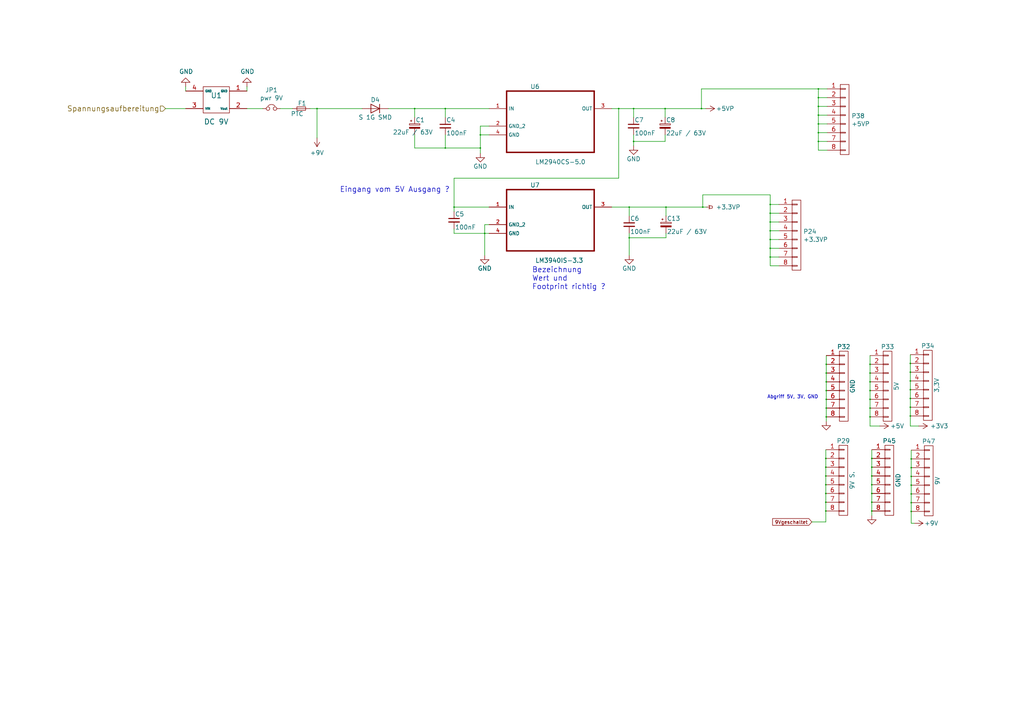
<source format=kicad_sch>
(kicad_sch (version 20201015) (generator eeschema)
  (paper "A4")
  (title_block (title "Ardumower shield SVN Version") (date "2021-01-15") (rev "1.4") (company "ML AG JL BS UZ") (comment 1 "Schaltplan und Layout UweZ"))
  (lib_symbols
    (symbol "ardumower-mega-shield-svn-rescue:+3.3V-RESCUE-ardumower_mega_shield_svn" (power) (pin_names (offset 0))
      (property "Value" "+3.3V-RESCUE-ardumower_mega_shield_svn" (at 0 3.556 0))
      (symbol "+3.3V-RESCUE-ardumower_mega_shield_svn_0_1"
        (polyline (pts (xy -0.762 1.27) (xy 0 2.54)))
        (polyline (pts (xy 0 0) (xy 0 2.54)))
        (polyline (pts (xy 0 2.54) (xy 0.762 1.27)))
      )
      (symbol "+3.3V-RESCUE-ardumower_mega_shield_svn_1_1"
        (pin power_in line (at 0 0 90) (length 0) hide (name "+3V3") (number "1"))
      )
    )
    (symbol "ardumower-mega-shield-svn-rescue:+3.3VP-RESCUE-ardumower_mega_shield_svn" (power) (pin_names (offset 0))
      (property "Value" "+3.3VP-RESCUE-ardumower_mega_shield_svn" (at 0 2.54 0))
      (symbol "+3.3VP-RESCUE-ardumower_mega_shield_svn_0_0"
        (pin power_in line (at 0 0 90) (length 0) hide (name "+3.3VP") (number "1"))
      )
      (symbol "+3.3VP-RESCUE-ardumower_mega_shield_svn_0_1"
        (polyline (pts (xy 0 0) (xy 0 1.016) (xy 0 1.016)))
        (polyline (pts (xy 0.508 0.762) (xy 0 1.016) (xy -0.508 0.762) (xy -0.254 1.778) (xy 0.254 1.778) (xy 0.508 0.762) (xy 0.508 0.762)))
      )
    )
    (symbol "ardumower-mega-shield-svn-rescue:+5V-RESCUE-ardumower_mega_shield_svn" (power) (pin_names (offset 0))
      (property "Value" "+5V-RESCUE-ardumower_mega_shield_svn" (at 0 3.556 0))
      (symbol "+5V-RESCUE-ardumower_mega_shield_svn_0_1"
        (polyline (pts (xy -0.762 1.27) (xy 0 2.54)))
        (polyline (pts (xy 0 0) (xy 0 2.54)))
        (polyline (pts (xy 0 2.54) (xy 0.762 1.27)))
      )
      (symbol "+5V-RESCUE-ardumower_mega_shield_svn_1_1"
        (pin power_in line (at 0 0 90) (length 0) hide (name "+5V") (number "1"))
      )
    )
    (symbol "ardumower-mega-shield-svn-rescue:+5VP-RESCUE-ardumower_mega_shield_svn" (power) (pin_names (offset 0))
      (property "Value" "+5VP-RESCUE-ardumower_mega_shield_svn" (at 0 3.556 0))
      (symbol "+5VP-RESCUE-ardumower_mega_shield_svn_0_1"
        (polyline (pts (xy -0.762 1.27) (xy 0 2.54)))
        (polyline (pts (xy 0 0) (xy 0 2.54)))
        (polyline (pts (xy 0 2.54) (xy 0.762 1.27)))
      )
      (symbol "+5VP-RESCUE-ardumower_mega_shield_svn_1_1"
        (pin power_in line (at 0 0 90) (length 0) hide (name "+5VP") (number "1"))
      )
    )
    (symbol "ardumower-mega-shield-svn-rescue:+9V-RESCUE-ardumower_mega_shield_svn" (power) (pin_names (offset 0))
      (property "Value" "+9V-RESCUE-ardumower_mega_shield_svn" (at 0 3.556 0))
      (symbol "+9V-RESCUE-ardumower_mega_shield_svn_0_1"
        (polyline (pts (xy -0.762 1.27) (xy 0 2.54)))
        (polyline (pts (xy 0 0) (xy 0 2.54)))
        (polyline (pts (xy 0 2.54) (xy 0.762 1.27)))
      )
      (symbol "+9V-RESCUE-ardumower_mega_shield_svn_1_1"
        (pin power_in line (at 0 0 90) (length 0) hide (name "+9V") (number "1"))
      )
    )
    (symbol "ardumower-mega-shield-svn-rescue:CONN_01X08-RESCUE-ardumower_mega_shield_svn" (pin_names hide)
      (property "Reference" "J" (at 0 11.43 0))
      (property "Value" "CONN_01X08-RESCUE-ardumower_mega_shield_svn" (at 2.54 0 90))
      (symbol "CONN_01X08-RESCUE-ardumower_mega_shield_svn_0_1"
        (rectangle (start -1.27 -10.16) (end 1.27 10.16))
        (rectangle (start -1.27 -8.763) (end 0.254 -9.017))
        (rectangle (start -1.27 -6.223) (end 0.254 -6.477))
        (rectangle (start -1.27 -3.683) (end 0.254 -3.937))
        (rectangle (start -1.27 -1.143) (end 0.254 -1.397))
        (rectangle (start -1.27 1.397) (end 0.254 1.143))
        (rectangle (start -1.27 3.937) (end 0.254 3.683))
        (rectangle (start -1.27 6.477) (end 0.254 6.223))
        (rectangle (start -1.27 9.017) (end 0.254 8.763))
      )
      (symbol "CONN_01X08-RESCUE-ardumower_mega_shield_svn_1_1"
        (pin passive line (at -5.08 8.89 0) (length 3.81) (name "P1") (number "1"))
        (pin passive line (at -5.08 6.35 0) (length 3.81) (name "P2") (number "2"))
        (pin passive line (at -5.08 3.81 0) (length 3.81) (name "P3") (number "3"))
        (pin passive line (at -5.08 1.27 0) (length 3.81) (name "P4") (number "4"))
        (pin passive line (at -5.08 -1.27 0) (length 3.81) (name "P5") (number "5"))
        (pin passive line (at -5.08 -3.81 0) (length 3.81) (name "P6") (number "6"))
        (pin passive line (at -5.08 -6.35 0) (length 3.81) (name "P7") (number "7"))
        (pin passive line (at -5.08 -8.89 0) (length 3.81) (name "P8") (number "8"))
      )
    )
    (symbol "ardumower-mega-shield-svn-rescue:CP_Small-RESCUE-ardumower_mega_shield_svn" (pin_numbers hide) (pin_names (offset 0.254) hide)
      (property "Reference" "C" (at 0.254 1.778 0))
      (property "Value" "CP_Small-RESCUE-ardumower_mega_shield_svn" (at 0.254 -2.032 0))
      (symbol "CP_Small-RESCUE-ardumower_mega_shield_svn_0_1"
        (rectangle (start -1.524 -0.3048) (end 1.524 -0.6858) (fill (type outline)))
        (rectangle (start -1.524 0.6858) (end 1.524 0.3048))
        (polyline (pts (xy -1.27 1.524) (xy -0.762 1.524)))
        (polyline (pts (xy -1.016 1.27) (xy -1.016 1.778)))
      )
      (symbol "CP_Small-RESCUE-ardumower_mega_shield_svn_1_1"
        (pin passive line (at 0 2.54 270) (length 1.8542) (name "~") (number "1"))
        (pin passive line (at 0 -2.54 90) (length 1.8542) (name "~") (number "2"))
      )
    )
    (symbol "ardumower-mega-shield-svn-rescue:C_Small-RESCUE-ardumower_mega_shield_svn" (pin_numbers hide) (pin_names (offset 0.254) hide)
      (property "Reference" "C" (at 0.254 1.778 0))
      (property "Value" "C_Small-RESCUE-ardumower_mega_shield_svn" (at 0.254 -2.032 0))
      (symbol "C_Small-RESCUE-ardumower_mega_shield_svn_0_1"
        (polyline (pts (xy -1.524 -0.508) (xy 1.524 -0.508)) (stroke (width 0.3302)))
        (polyline (pts (xy -1.524 0.508) (xy 1.524 0.508)) (stroke (width 0.3048)))
      )
      (symbol "C_Small-RESCUE-ardumower_mega_shield_svn_1_1"
        (pin passive line (at 0 2.54 270) (length 2.032) (name "~") (number "1"))
        (pin passive line (at 0 -2.54 90) (length 2.032) (name "~") (number "2"))
      )
    )
    (symbol "ardumower-mega-shield-svn-rescue:D-RESCUE-ardumower_mega_shield_svn" (pin_numbers hide) (pin_names hide)
      (property "Reference" "D" (at 0 2.54 0))
      (property "Value" "D-RESCUE-ardumower_mega_shield_svn" (at 0 -2.54 0))
      (symbol "D-RESCUE-ardumower_mega_shield_svn_0_1"
        (polyline (pts (xy -1.27 1.27) (xy -1.27 -1.27)) (stroke (width 0.2032)))
        (polyline (pts (xy 1.27 0) (xy -1.27 0)))
        (polyline (pts (xy 1.27 1.27) (xy 1.27 -1.27) (xy -1.27 0) (xy 1.27 1.27)) (stroke (width 0.2032)))
      )
      (symbol "D-RESCUE-ardumower_mega_shield_svn_1_1"
        (pin passive line (at -3.81 0 0) (length 2.54) (name "K") (number "1"))
        (pin passive line (at 3.81 0 180) (length 2.54) (name "A") (number "2"))
      )
    )
    (symbol "ardumower-mega-shield-svn-rescue:DC-DC_Stepdown-RESCUE-ardumower_mega_shield_svn"
      (property "Reference" "U" (at 0 0 0))
      (property "Value" "DC-DC_Stepdown-RESCUE-ardumower_mega_shield_svn" (at -1.27 0 0))
      (symbol "DC-DC_Stepdown-RESCUE-ardumower_mega_shield_svn_0_1"
        (rectangle (start 3.81 -3.81) (end -3.81 3.81))
      )
      (symbol "DC-DC_Stepdown-RESCUE-ardumower_mega_shield_svn_1_1"
        (pin output line (at 8.89 2.54 180) (length 5.08) (name "GND") (number "1"))
        (pin output line (at 8.89 -2.54 180) (length 5.08) (name "Vout") (number "2"))
        (pin input line (at -8.89 -2.54 0) (length 5.08) (name "VIN") (number "3"))
        (pin input line (at -8.89 2.54 0) (length 5.08) (name "GND") (number "4"))
      )
    )
    (symbol "ardumower-mega-shield-svn-rescue:F_Small-RESCUE-ardumower_mega_shield_svn" (pin_numbers hide) (pin_names (offset 0.254) hide)
      (property "Reference" "F" (at -1.016 1.524 0))
      (property "Value" "F_Small-RESCUE-ardumower_mega_shield_svn" (at -3.048 -1.524 0))
      (symbol "F_Small-RESCUE-ardumower_mega_shield_svn_0_1"
        (rectangle (start -1.27 0.508) (end 1.27 -0.508))
        (polyline (pts (xy -1.27 0) (xy 1.27 0)))
      )
      (symbol "F_Small-RESCUE-ardumower_mega_shield_svn_1_1"
        (pin passive line (at -2.54 0 0) (length 1.27) (name "~") (number "1"))
        (pin passive line (at 2.54 0 180) (length 1.27) (name "~") (number "2"))
      )
    )
    (symbol "ardumower-mega-shield-svn-rescue:GND-RESCUE-ardumower_mega_shield_svn" (power) (pin_names (offset 0))
      (property "Value" "GND-RESCUE-ardumower_mega_shield_svn" (at 0 -3.81 0))
      (symbol "GND-RESCUE-ardumower_mega_shield_svn_0_1"
        (polyline (pts (xy 0 0) (xy 0 -1.27) (xy 1.27 -1.27) (xy 0 -2.54) (xy -1.27 -1.27) (xy 0 -1.27)))
      )
      (symbol "GND-RESCUE-ardumower_mega_shield_svn_1_1"
        (pin power_in line (at 0 0 270) (length 0) hide (name "GND") (number "1"))
      )
    )
    (symbol "ardumower-mega-shield-svn-rescue:Jumper_NC_Small-RESCUE-ardumower_mega_shield_svn" (pin_numbers hide) (pin_names (offset 0.762) hide)
      (property "Reference" "JP" (at 0 2.032 0))
      (property "Value" "Jumper_NC_Small-RESCUE-ardumower_mega_shield_svn" (at 0.254 -1.524 0))
      (symbol "Jumper_NC_Small-RESCUE-ardumower_mega_shield_svn_0_1"
        (arc (start 1.016 0.762) (end -1.016 0.762) (radius (at 0 -0.254) (length 1.4478) (angles 45 135)))
        (circle (center -1.016 0) (radius 0.508))
        (circle (center 1.016 0) (radius 0.508))
        (pin passive line (at -2.54 0 0) (length 1.016) (name "1") (number "1"))
        (pin passive line (at 2.54 0 180) (length 1.016) (name "2") (number "2"))
      )
    )
    (symbol "ardumower-mega-shield-svn-rescue:LM2940CS-5.0-RESCUE-ardumower_mega_shield_svn"
      (property "Reference" "U" (at -5.842 6.3754 0))
      (property "Value" "LM2940CS-5.0-RESCUE-ardumower_mega_shield_svn" (at -4.3942 -15.4686 0))
      (symbol "LM2940CS-5.0-RESCUE-ardumower_mega_shield_svn_0_0"
        (polyline (pts (xy -12.7 -12.7) (xy 12.7 -12.7)) (stroke (width 0.4064)))
        (polyline (pts (xy -12.7 5.08) (xy -12.7 -12.7)) (stroke (width 0.4064)))
        (polyline (pts (xy 12.7 -12.7) (xy 12.7 5.08)) (stroke (width 0.4064)))
        (polyline (pts (xy 12.7 5.08) (xy -12.7 5.08)) (stroke (width 0.4064)))
        (pin input line (at -17.78 0 0) (length 5.08) (name "IN") (number "1"))
        (pin passive line (at -17.78 -5.08 0) (length 5.08) (name "GND_2") (number "2"))
        (pin output line (at 17.78 0 180) (length 5.08) (name "OUT") (number "3"))
        (pin passive line (at -17.78 -7.62 0) (length 5.08) (name "GND") (number "4"))
      )
    )
  )
  (junction (at 91.948 31.496) (diameter 0.3048))
  (junction (at 120.269 31.496) (diameter 0.3048))
  (junction (at 129.159 31.496) (diameter 0.3048))
  (junction (at 129.159 42.926) (diameter 0.3048))
  (junction (at 131.699 60.071) (diameter 0.3048))
  (junction (at 139.319 39.116) (diameter 0.3048))
  (junction (at 139.319 42.926) (diameter 0.3048))
  (junction (at 140.589 67.691) (diameter 0.3048))
  (junction (at 179.451 31.496) (diameter 0.3048))
  (junction (at 182.499 60.071) (diameter 0.3048))
  (junction (at 182.499 68.961) (diameter 0.3048))
  (junction (at 183.769 31.496) (diameter 0.3048))
  (junction (at 183.769 41.021) (diameter 0.3048))
  (junction (at 192.913 31.496) (diameter 0.3048))
  (junction (at 193.167 60.071) (diameter 0.3048))
  (junction (at 203.454 31.496) (diameter 0.3048))
  (junction (at 203.835 60.071) (diameter 0.3048))
  (junction (at 223.393 59.309) (diameter 0.3048))
  (junction (at 223.393 61.849) (diameter 0.3048))
  (junction (at 223.393 64.389) (diameter 0.3048))
  (junction (at 223.393 66.929) (diameter 0.3048))
  (junction (at 223.393 69.469) (diameter 0.3048))
  (junction (at 223.393 72.009) (diameter 0.3048))
  (junction (at 223.393 74.549) (diameter 0.3048))
  (junction (at 237.363 25.781) (diameter 0.3048))
  (junction (at 237.363 28.321) (diameter 0.3048))
  (junction (at 237.363 30.861) (diameter 0.3048))
  (junction (at 237.363 33.401) (diameter 0.3048))
  (junction (at 237.363 35.941) (diameter 0.3048))
  (junction (at 237.363 38.481) (diameter 0.3048))
  (junction (at 237.363 41.021) (diameter 0.3048))
  (junction (at 239.522 132.969) (diameter 0.3048))
  (junction (at 239.522 135.509) (diameter 0.3048))
  (junction (at 239.522 138.049) (diameter 0.3048))
  (junction (at 239.522 140.589) (diameter 0.3048))
  (junction (at 239.522 143.129) (diameter 0.3048))
  (junction (at 239.522 145.669) (diameter 0.3048))
  (junction (at 239.522 148.209) (diameter 0.3048))
  (junction (at 239.649 105.664) (diameter 0.3048))
  (junction (at 239.649 108.204) (diameter 0.3048))
  (junction (at 239.649 110.744) (diameter 0.3048))
  (junction (at 239.649 113.284) (diameter 0.3048))
  (junction (at 239.649 115.824) (diameter 0.3048))
  (junction (at 239.649 118.364) (diameter 0.3048))
  (junction (at 239.649 120.904) (diameter 0.3048))
  (junction (at 252.349 105.664) (diameter 0.3048))
  (junction (at 252.349 108.204) (diameter 0.3048))
  (junction (at 252.349 110.744) (diameter 0.3048))
  (junction (at 252.349 113.284) (diameter 0.3048))
  (junction (at 252.349 115.824) (diameter 0.3048))
  (junction (at 252.349 118.364) (diameter 0.3048))
  (junction (at 252.349 120.904) (diameter 0.3048))
  (junction (at 252.857 132.969) (diameter 0.3048))
  (junction (at 252.857 135.509) (diameter 0.3048))
  (junction (at 252.857 138.049) (diameter 0.3048))
  (junction (at 252.857 140.589) (diameter 0.3048))
  (junction (at 252.857 143.129) (diameter 0.3048))
  (junction (at 252.857 145.669) (diameter 0.3048))
  (junction (at 252.857 148.209) (diameter 0.3048))
  (junction (at 264.033 105.41) (diameter 0.3048))
  (junction (at 264.033 107.95) (diameter 0.3048))
  (junction (at 264.033 110.49) (diameter 0.3048))
  (junction (at 264.033 113.03) (diameter 0.3048))
  (junction (at 264.033 115.57) (diameter 0.3048))
  (junction (at 264.033 118.11) (diameter 0.3048))
  (junction (at 264.033 120.65) (diameter 0.3048))
  (junction (at 264.287 133.096) (diameter 0.3048))
  (junction (at 264.287 135.636) (diameter 0.3048))
  (junction (at 264.287 138.176) (diameter 0.3048))
  (junction (at 264.287 140.716) (diameter 0.3048))
  (junction (at 264.287 143.256) (diameter 0.3048))
  (junction (at 264.287 145.796) (diameter 0.3048))
  (junction (at 264.287 148.336) (diameter 0.3048))
  (wire (pts (xy 48.006 31.496) (xy 53.848 31.496)))
  (wire (pts (xy 53.848 25.146) (xy 53.848 26.416)))
  (wire (pts (xy 71.628 25.146) (xy 71.628 26.416)))
  (wire (pts (xy 71.628 31.496) (xy 76.2 31.496)))
  (wire (pts (xy 81.28 31.496) (xy 84.836 31.496)))
  (wire (pts (xy 89.916 31.496) (xy 91.948 31.496)))
  (wire (pts (xy 91.948 31.496) (xy 91.948 40.005)))
  (wire (pts (xy 91.948 31.496) (xy 105.029 31.496)))
  (wire (pts (xy 112.649 31.496) (xy 120.269 31.496)))
  (wire (pts (xy 120.269 31.496) (xy 120.269 34.036)))
  (wire (pts (xy 120.269 31.496) (xy 129.159 31.496)))
  (wire (pts (xy 120.269 42.926) (xy 120.269 39.116)))
  (wire (pts (xy 129.159 31.496) (xy 129.159 34.036)))
  (wire (pts (xy 129.159 31.496) (xy 141.859 31.496)))
  (wire (pts (xy 129.159 42.926) (xy 120.269 42.926)))
  (wire (pts (xy 129.159 42.926) (xy 129.159 39.116)))
  (wire (pts (xy 131.699 51.689) (xy 131.699 60.071)))
  (wire (pts (xy 131.699 60.071) (xy 131.699 61.341)))
  (wire (pts (xy 131.699 60.071) (xy 141.859 60.071)))
  (wire (pts (xy 131.699 66.421) (xy 131.699 67.691)))
  (wire (pts (xy 131.699 67.691) (xy 140.589 67.691)))
  (wire (pts (xy 139.319 36.576) (xy 139.319 39.116)))
  (wire (pts (xy 139.319 36.576) (xy 141.859 36.576)))
  (wire (pts (xy 139.319 39.116) (xy 139.319 42.926)))
  (wire (pts (xy 139.319 42.926) (xy 129.159 42.926)))
  (wire (pts (xy 139.319 42.926) (xy 139.319 44.45)))
  (wire (pts (xy 140.589 65.151) (xy 140.589 67.691)))
  (wire (pts (xy 140.589 67.691) (xy 140.589 74.041)))
  (wire (pts (xy 140.589 67.691) (xy 141.859 67.691)))
  (wire (pts (xy 141.859 39.116) (xy 139.319 39.116)))
  (wire (pts (xy 141.859 65.151) (xy 140.589 65.151)))
  (wire (pts (xy 177.419 31.496) (xy 179.451 31.496)))
  (wire (pts (xy 177.419 60.071) (xy 182.499 60.071)))
  (wire (pts (xy 179.451 31.496) (xy 179.451 51.689)))
  (wire (pts (xy 179.451 31.496) (xy 183.769 31.496)))
  (wire (pts (xy 179.451 51.689) (xy 131.699 51.689)))
  (wire (pts (xy 182.499 60.071) (xy 193.167 60.071)))
  (wire (pts (xy 182.499 62.611) (xy 182.499 60.071)))
  (wire (pts (xy 182.499 67.691) (xy 182.499 68.961)))
  (wire (pts (xy 182.499 68.961) (xy 182.499 74.041)))
  (wire (pts (xy 183.769 31.496) (xy 183.769 34.036)))
  (wire (pts (xy 183.769 31.496) (xy 192.913 31.496)))
  (wire (pts (xy 183.769 39.116) (xy 183.769 41.021)))
  (wire (pts (xy 183.769 41.021) (xy 183.769 42.291)))
  (wire (pts (xy 192.913 31.496) (xy 192.913 34.036)))
  (wire (pts (xy 192.913 31.496) (xy 203.454 31.496)))
  (wire (pts (xy 192.913 39.116) (xy 192.913 41.021)))
  (wire (pts (xy 192.913 41.021) (xy 183.769 41.021)))
  (wire (pts (xy 193.167 60.071) (xy 193.167 62.611)))
  (wire (pts (xy 193.167 60.071) (xy 203.835 60.071)))
  (wire (pts (xy 193.167 68.961) (xy 182.499 68.961)))
  (wire (pts (xy 193.167 68.961) (xy 193.167 67.691)))
  (wire (pts (xy 203.454 25.781) (xy 237.363 25.781)))
  (wire (pts (xy 203.454 31.496) (xy 203.454 25.781)))
  (wire (pts (xy 203.454 31.496) (xy 204.724 31.496)))
  (wire (pts (xy 203.835 56.515) (xy 223.393 56.515)))
  (wire (pts (xy 203.835 60.071) (xy 203.835 56.515)))
  (wire (pts (xy 203.835 60.071) (xy 204.851 60.071)))
  (wire (pts (xy 223.393 56.515) (xy 223.393 59.309)))
  (wire (pts (xy 223.393 59.309) (xy 223.393 61.849)))
  (wire (pts (xy 223.393 59.309) (xy 225.933 59.309)))
  (wire (pts (xy 223.393 61.849) (xy 223.393 64.389)))
  (wire (pts (xy 223.393 64.389) (xy 223.393 66.929)))
  (wire (pts (xy 223.393 66.929) (xy 223.393 69.469)))
  (wire (pts (xy 223.393 69.469) (xy 223.393 72.009)))
  (wire (pts (xy 223.393 69.469) (xy 225.933 69.469)))
  (wire (pts (xy 223.393 72.009) (xy 223.393 74.549)))
  (wire (pts (xy 223.393 74.549) (xy 223.393 77.089)))
  (wire (pts (xy 223.393 77.089) (xy 225.933 77.089)))
  (wire (pts (xy 225.933 61.849) (xy 223.393 61.849)))
  (wire (pts (xy 225.933 64.389) (xy 223.393 64.389)))
  (wire (pts (xy 225.933 66.929) (xy 223.393 66.929)))
  (wire (pts (xy 225.933 72.009) (xy 223.393 72.009)))
  (wire (pts (xy 225.933 74.549) (xy 223.393 74.549)))
  (wire (pts (xy 237.363 25.781) (xy 237.363 28.321)))
  (wire (pts (xy 237.363 25.781) (xy 239.903 25.781)))
  (wire (pts (xy 237.363 28.321) (xy 237.363 30.861)))
  (wire (pts (xy 237.363 30.861) (xy 237.363 33.401)))
  (wire (pts (xy 237.363 33.401) (xy 237.363 35.941)))
  (wire (pts (xy 237.363 35.941) (xy 237.363 38.481)))
  (wire (pts (xy 237.363 35.941) (xy 239.903 35.941)))
  (wire (pts (xy 237.363 38.481) (xy 237.363 41.021)))
  (wire (pts (xy 237.363 41.021) (xy 237.363 43.561)))
  (wire (pts (xy 237.363 43.561) (xy 239.903 43.561)))
  (wire (pts (xy 239.522 130.429) (xy 239.522 132.969)))
  (wire (pts (xy 239.522 132.969) (xy 239.522 135.509)))
  (wire (pts (xy 239.522 135.509) (xy 239.522 138.049)))
  (wire (pts (xy 239.522 138.049) (xy 239.522 140.589)))
  (wire (pts (xy 239.522 140.589) (xy 239.522 143.129)))
  (wire (pts (xy 239.522 143.129) (xy 239.522 145.669)))
  (wire (pts (xy 239.522 145.669) (xy 239.522 148.209)))
  (wire (pts (xy 239.522 148.209) (xy 239.522 151.384)))
  (wire (pts (xy 239.522 151.384) (xy 235.458 151.384)))
  (wire (pts (xy 239.649 103.124) (xy 239.649 105.664)))
  (wire (pts (xy 239.649 105.664) (xy 239.649 108.204)))
  (wire (pts (xy 239.649 108.204) (xy 239.649 110.744)))
  (wire (pts (xy 239.649 110.744) (xy 239.649 113.284)))
  (wire (pts (xy 239.649 113.284) (xy 239.649 115.824)))
  (wire (pts (xy 239.649 115.824) (xy 239.649 118.364)))
  (wire (pts (xy 239.649 118.364) (xy 239.649 120.904)))
  (wire (pts (xy 239.649 120.904) (xy 239.649 122.174)))
  (wire (pts (xy 239.903 28.321) (xy 237.363 28.321)))
  (wire (pts (xy 239.903 30.861) (xy 237.363 30.861)))
  (wire (pts (xy 239.903 33.401) (xy 237.363 33.401)))
  (wire (pts (xy 239.903 38.481) (xy 237.363 38.481)))
  (wire (pts (xy 239.903 41.021) (xy 237.363 41.021)))
  (wire (pts (xy 252.349 103.124) (xy 252.349 105.664)))
  (wire (pts (xy 252.349 105.664) (xy 252.349 108.204)))
  (wire (pts (xy 252.349 108.204) (xy 252.349 110.744)))
  (wire (pts (xy 252.349 110.744) (xy 252.349 113.284)))
  (wire (pts (xy 252.349 113.284) (xy 252.349 115.824)))
  (wire (pts (xy 252.349 115.824) (xy 252.349 118.364)))
  (wire (pts (xy 252.349 118.364) (xy 252.349 120.904)))
  (wire (pts (xy 252.349 120.904) (xy 252.349 123.571)))
  (wire (pts (xy 252.349 123.571) (xy 255.143 123.571)))
  (wire (pts (xy 252.857 130.429) (xy 252.857 132.969)))
  (wire (pts (xy 252.857 132.969) (xy 252.857 135.509)))
  (wire (pts (xy 252.857 135.509) (xy 252.857 138.049)))
  (wire (pts (xy 252.857 138.049) (xy 252.857 140.589)))
  (wire (pts (xy 252.857 140.589) (xy 252.857 143.129)))
  (wire (pts (xy 252.857 143.129) (xy 252.857 145.669)))
  (wire (pts (xy 252.857 145.669) (xy 252.857 148.209)))
  (wire (pts (xy 252.857 148.209) (xy 252.857 149.479)))
  (wire (pts (xy 264.033 102.87) (xy 264.033 105.41)))
  (wire (pts (xy 264.033 105.41) (xy 264.033 107.95)))
  (wire (pts (xy 264.033 107.95) (xy 264.033 110.49)))
  (wire (pts (xy 264.033 110.49) (xy 264.033 113.03)))
  (wire (pts (xy 264.033 113.03) (xy 264.033 115.57)))
  (wire (pts (xy 264.033 115.57) (xy 264.033 118.11)))
  (wire (pts (xy 264.033 118.11) (xy 264.033 120.65)))
  (wire (pts (xy 264.033 120.65) (xy 264.033 123.571)))
  (wire (pts (xy 264.033 123.571) (xy 266.446 123.571)))
  (wire (pts (xy 264.287 130.556) (xy 264.287 133.096)))
  (wire (pts (xy 264.287 133.096) (xy 264.287 135.636)))
  (wire (pts (xy 264.287 135.636) (xy 264.287 138.176)))
  (wire (pts (xy 264.287 138.176) (xy 264.287 140.716)))
  (wire (pts (xy 264.287 140.716) (xy 264.287 143.256)))
  (wire (pts (xy 264.287 143.256) (xy 264.287 145.796)))
  (wire (pts (xy 264.287 145.796) (xy 264.287 148.336)))
  (wire (pts (xy 264.287 148.336) (xy 264.287 151.765)))
  (wire (pts (xy 264.287 151.765) (xy 265.176 151.765)))
  (text "[00:10:17] Jürgen Lange: dahinter sitzen die regler 5v und an dem hängt der regler 3,3v so alles was du an externen versorgungen hast die immer gleich bleiben egal ob 5 oder 3,3v kommen da her. alles was mal mit 3,3 oder 5v laufen muss kommt vom ioref\n[00:11:04] Kurzschuss - Uwe: okay das ist eine klare ansage\n[00:11:24] Jürgen Lange: Beispiel: die pca selber kommen von ioref die module dahinter sind festgelegt wie uhr etc die kommen vom längsregler\n[00:12:15] Kurzschuss - Uwe: die Jumper für die widerstände dann beim I2C bus dann auch von den Längsreglern\n[00:13:01] Jürgen Lange: wichtig ist nur das alles von einem dcdc wandler versorgt wird arduino und die module damit diese immer gemeinsam abgeschaltet werden\n[00:14:09] Kurzschuss - Uwe: müsste so eigentlich stimmen\n[00:14:20] Jürgen Lange: die pullups da kommt es darauf an auf welecher seite die sitzen wenn die zwei die auf der mega/due seite sitzen kommen über ioref der rest von der versorgung des jeweiligen moduls" (at -32.131 -35.941 0) (effects (font (size 2.0066 2.0066)) (justify left bottom)))
  (text "im plan spannungsversorgung c2 bitte nach der ptc Sicherung f1. \nich würde an dieser stlle auch keine ptc sondern eine Schmelzsicherung\nempfehlen die den DCDC komplett rausnimmt wenn es zu heftig wird\nda ist ptc ungeeignet wenn du willst kannst du die ptc in den 3,3v und 5,V zweig machen" (at -30.861 -17.272 0) (effects (font (size 2.0066 2.0066)) (justify left bottom)))
  (text "Eingang vom 5V Ausgang ?" (at 98.552 56.007 0) (effects (font (size 1.524 1.524)) (justify left bottom)))
  (text "Bezeichnung\nWert und\nFootprint richtig ?" (at 154.305 84.201 0) (effects (font (size 1.524 1.524)) (justify left bottom)))
  (text "Abgriff 5V, 3V, GND" (at 222.504 115.824 0) (effects (font (size 0.9906 0.9906)) (justify left bottom)))
  (global_label "9Vgeschaltet" (shape input) (at 235.458 151.384 180) (property "Intersheet References" "${INTERSHEET_REFS}" (effects hide)) (effects (font (size 0.9906 0.9906))))
  (hierarchical_label "Spannungsaufbereitung" (shape input) (at 48.006 31.496 180) (effects (font (size 1.524 1.524))))
  (symbol (lib_id "ardumower-mega-shield-svn-rescue:+3.3VP-RESCUE-ardumower_mega_shield_svn") (at 204.851 60.071 270) (mirror x) (unit 1)
    (property "Reference" "#PWR0178" (effects hide))
    (property "Value" "+3.3VP" (at 211.201 60.071 90))
  )
  (symbol (lib_id "ardumower-mega-shield-svn-rescue:F_Small-RESCUE-ardumower_mega_shield_svn") (at 87.376 31.496 0) (unit 1)
    (property "Reference" "F1" (at 86.36 29.972 0) (effects (justify left)))
    (property "Value" "PTC" (at 84.328 33.02 0) (effects (justify left)))
    (property "Footprint" "Zimprich:Fuse_SMD" (effects hide))
    (property "Bestelllink" "https://www.reichelt.de/SMD-Sicherungen/OMT-125-3-5A/3/index.html?ACTION=3&LA=446&ARTICLE=52972&GROUPID=7660&artnr=OMT+125+3%2C5A&SEARCH=smd%2Bsicherung%2B125" (effects hide))
    (property "Technische Daten" "OMH 125 HALTER SMD-Sicherungshalter für OMT-125" (effects hide))
    (property "Bestellnummer" "R: OMH 125 HALTER" (effects hide))
    (property "Funktion" "OMH 125 HALTER SMD-Sicherungshalter für OMT-125" (effects hide))
    (property "Hersteller" "Value" (effects hide))
    (property "Hersteller Bestellnummer" "Value" (effects hide))
    (property "Bestücken (Assemble)" "JA (YES)" (effects hide))
    (property "Reichelt-Bestellnummer" "R: OMH 125 HALTER" (effects hide))
    (property "JLCPCB Basic / Extern" "1" (effects hide))
    (property "JLCPCB LCSC Part" "C312012" (effects hide))
  )
  (symbol (lib_id "ardumower-mega-shield-svn-rescue:+9V-RESCUE-ardumower_mega_shield_svn") (at 91.948 40.005 180) (unit 1)
    (property "Reference" "#PWR0168" (effects hide))
    (property "Value" "+9V" (at 91.948 44.323 0))
  )
  (symbol (lib_id "ardumower-mega-shield-svn-rescue:+5VP-RESCUE-ardumower_mega_shield_svn") (at 204.724 31.496 270) (mirror x) (unit 1)
    (property "Reference" "#PWR0177" (effects hide))
    (property "Value" "+5VP" (at 210.312 31.496 90))
  )
  (symbol (lib_id "ardumower-mega-shield-svn-rescue:+5V-RESCUE-ardumower_mega_shield_svn") (at 255.143 123.571 270) (mirror x) (unit 1)
    (property "Reference" "#PWR0169" (effects hide))
    (property "Value" "+5V" (at 260.223 123.571 90))
  )
  (symbol (lib_id "ardumower-mega-shield-svn-rescue:+9V-RESCUE-ardumower_mega_shield_svn") (at 265.176 151.765 270) (mirror x) (unit 1)
    (property "Reference" "#PWR0167" (effects hide))
    (property "Value" "+9V" (at 270.129 151.765 90))
  )
  (symbol (lib_id "ardumower-mega-shield-svn-rescue:+3.3V-RESCUE-ardumower_mega_shield_svn") (at 266.446 123.571 270) (mirror x) (unit 1)
    (property "Reference" "#PWR0170" (effects hide))
    (property "Value" "+3.3V" (at 272.415 123.571 90))
  )
  (symbol (lib_id "ardumower-mega-shield-svn-rescue:GND-RESCUE-ardumower_mega_shield_svn") (at 53.848 25.146 0) (mirror x) (unit 1)
    (property "Reference" "#PWR0172" (effects hide))
    (property "Value" "GND" (at 53.975 20.7518 0))
  )
  (symbol (lib_id "ardumower-mega-shield-svn-rescue:GND-RESCUE-ardumower_mega_shield_svn") (at 71.628 25.146 0) (mirror x) (unit 1)
    (property "Reference" "#PWR0171" (effects hide))
    (property "Value" "GND" (at 71.755 20.7518 0))
  )
  (symbol (lib_id "ardumower-mega-shield-svn-rescue:GND-RESCUE-ardumower_mega_shield_svn") (at 139.319 44.45 0) (unit 1)
    (property "Reference" "#PWR0176" (effects hide))
    (property "Value" "GND" (at 139.319 48.26 0))
  )
  (symbol (lib_id "ardumower-mega-shield-svn-rescue:GND-RESCUE-ardumower_mega_shield_svn") (at 140.589 74.041 0) (unit 1)
    (property "Reference" "#PWR0175" (effects hide))
    (property "Value" "GND" (at 140.589 77.851 0))
  )
  (symbol (lib_id "ardumower-mega-shield-svn-rescue:GND-RESCUE-ardumower_mega_shield_svn") (at 182.499 74.041 0) (unit 1)
    (property "Reference" "#PWR0173" (effects hide))
    (property "Value" "GND" (at 182.499 77.851 0))
  )
  (symbol (lib_id "ardumower-mega-shield-svn-rescue:GND-RESCUE-ardumower_mega_shield_svn") (at 183.769 42.291 0) (unit 1)
    (property "Reference" "#PWR0174" (effects hide))
    (property "Value" "GND" (at 183.769 46.101 0))
  )
  (symbol (lib_id "ardumower-mega-shield-svn-rescue:GND-RESCUE-ardumower_mega_shield_svn") (at 239.649 122.174 0) (unit 1)
    (property "Reference" "#PWR0166" (effects hide))
    (property "Value" "GND" (effects hide))
  )
  (symbol (lib_id "ardumower-mega-shield-svn-rescue:GND-RESCUE-ardumower_mega_shield_svn") (at 252.857 149.479 0) (unit 1)
    (property "Reference" "#PWR0179" (effects hide))
    (property "Value" "GND" (effects hide))
  )
  (symbol (lib_id "ardumower-mega-shield-svn-rescue:Jumper_NC_Small-RESCUE-ardumower_mega_shield_svn") (at 78.74 31.496 0) (unit 1)
    (property "Reference" "JP1" (at 78.74 26.1112 0))
    (property "Value" "pwr 9V" (at 78.74 28.4226 0))
    (property "Footprint" "Pin_Headers:Pin_Header_Straight_1x02_Pitch2.54mm" (effects hide))
    (property "Datasheet" "Value" (effects hide))
    (property "Bestellnummer" "Value" (effects hide))
    (property "Bestücken (Assemble)" "NEIN (NO)" (effects hide))
  )
  (symbol (lib_id "ardumower-mega-shield-svn-rescue:CP_Small-RESCUE-ardumower_mega_shield_svn") (at 120.269 36.576 0) (unit 1)
    (property "Reference" "C1" (at 120.523 34.798 0) (effects (justify left)))
    (property "Value" "22uF / 63V" (at 113.919 38.354 0) (effects (justify left)))
    (property "Footprint" "Zimprich:Elko_vert_11.2x6.3mm_RM2.5_RM5.0" (effects hide))
    (property "Bestelllink" "https://www.reichelt.de/de/en/electrolytic-capacitor-6-3-x-11-mm-spacing-2-5-mm-rad-22-63-p15116.html?&trstct=pos_0&nbc=1" (effects hide))
    (property "Technische Daten" "Elko, radial, 22 µF, 63 V, RM 2,5, 85°C, 2000h, 20%" (effects hide))
    (property "Bestellnummer" "R: RAD 22/63" (effects hide))
    (property "Funktion" "Elko, radial, 22 µF, 63 V, RM 2,5, 85°C, 2000h, 20%" (effects hide))
    (property "Bestücken (Assemble)" "NEIN (NO)" (effects hide))
    (property "Reichelt-Bestellnummer" "R: RAD 22/63" (effects hide))
  )
  (symbol (lib_id "ardumower-mega-shield-svn-rescue:CP_Small-RESCUE-ardumower_mega_shield_svn") (at 192.913 36.576 0) (unit 1)
    (property "Reference" "C8" (at 193.167 34.798 0) (effects (justify left)))
    (property "Value" "22uF / 63V" (at 193.167 38.608 0) (effects (justify left)))
    (property "Footprint" "Zimprich:Elko_vert_11.2x6.3mm_RM2.5_RM5.0" (effects hide))
    (property "Gehäuseart" "6,3x11mm, RM 2,5mm" (effects hide))
    (property "Bestelllink" "https://www.reichelt.de/de/en/electrolytic-capacitor-6-3-x-11-mm-spacing-2-5-mm-rad-22-63-p15116.html?&trstct=pos_0&nbc=1" (effects hide))
    (property "Technische Daten" "Elko, radial, 22 µF, 63 V, RM 2,5, 85°C, 2000h, 20%" (effects hide))
    (property "Bestellnummer" "R: RAD 22/63" (effects hide))
    (property "Funktion" "Elko, radial, 22 µF, 63 V, RM 2,5, 85°C, 2000h, 20%" (effects hide))
    (property "Bestücken (Assemble)" "NEIN (NO)" (effects hide))
    (property "Reichelt-Bestellnummer" "R: RAD 22/63" (effects hide))
  )
  (symbol (lib_id "ardumower-mega-shield-svn-rescue:CP_Small-RESCUE-ardumower_mega_shield_svn") (at 193.167 65.151 0) (unit 1)
    (property "Reference" "C13" (at 193.421 63.373 0) (effects (justify left)))
    (property "Value" "22uF / 63V" (at 193.421 67.183 0) (effects (justify left)))
    (property "Footprint" "Zimprich:Elko_vert_11.2x6.3mm_RM2.5_RM5.0" (effects hide))
    (property "Gehäuseart" "6,3x11mm, RM 2,5mm" (effects hide))
    (property "Bestelllink" "https://www.reichelt.de/de/en/electrolytic-capacitor-6-3-x-11-mm-spacing-2-5-mm-rad-22-63-p15116.html?&trstct=pos_0&nbc=1" (effects hide))
    (property "Technische Daten" "Elko, radial, 22 µF, 63 V, RM 2,5, 85°C, 2000h, 20%" (effects hide))
    (property "Bestellnummer" "R: RAD 22/63" (effects hide))
    (property "Funktion" "Elko, radial, 22 µF, 63 V, RM 2,5, 85°C, 2000h, 20%" (effects hide))
    (property "Bestücken (Assemble)" "NEIN (NO)" (effects hide))
    (property "Reichelt-Bestellnummer" "R: RAD 22/63" (effects hide))
  )
  (symbol (lib_id "ardumower-mega-shield-svn-rescue:C_Small-RESCUE-ardumower_mega_shield_svn") (at 129.159 36.576 0) (unit 1)
    (property "Reference" "C4" (at 129.413 34.798 0) (effects (justify left)))
    (property "Value" "100nF" (at 129.413 38.608 0) (effects (justify left)))
    (property "Footprint" "Capacitors_SMD:C_0805" (effects hide))
    (property "Bestelllink" "https://www.reichelt.de/de/en/mlcc-0805-100nf-100v-10-ft-cap-x7r-0805fcg-100n-p193842.html?GROUPID=8048&SEARCH=0805%2B100nf&&r=1" (effects hide))
    (property "Bestücken (Assemble)" "JA (YES)" (effects hide))
    (property "Funktion" "X7R 0805FCG 100N MLCC, 0805, 100nF, 100V, 10%, FT-Cap" (effects hide))
    (property "JLCPCB LCSC Part" "C49678" (effects hide))
    (property "Gehäuseart" "0805" (effects hide))
    (property "Technische Daten" "X7R 0805FCG 100N MLCC, 0805, 100nF, 100V, 10%, FT-Cap" (effects hide))
  )
  (symbol (lib_id "ardumower-mega-shield-svn-rescue:C_Small-RESCUE-ardumower_mega_shield_svn") (at 131.699 63.881 0) (unit 1)
    (property "Reference" "C5" (at 131.953 62.103 0) (effects (justify left)))
    (property "Value" "100nF" (at 131.953 65.913 0) (effects (justify left)))
    (property "Footprint" "Capacitors_SMD:C_0805" (effects hide))
    (property "Bestelllink" "https://www.reichelt.de/de/en/mlcc-0805-100nf-100v-10-ft-cap-x7r-0805fcg-100n-p193842.html?GROUPID=8048&SEARCH=0805%2B100nf&&r=1" (effects hide))
    (property "Bestücken (Assemble)" "JA (YES)" (effects hide))
    (property "Funktion" "X7R 0805FCG 100N MLCC, 0805, 100nF, 100V, 10%, FT-Cap" (effects hide))
    (property "JLCPCB LCSC Part" "C49678" (effects hide))
    (property "Gehäuseart" "0805" (effects hide))
    (property "Technische Daten" "X7R 0805FCG 100N MLCC, 0805, 100nF, 100V, 10%, FT-Cap" (effects hide))
  )
  (symbol (lib_id "ardumower-mega-shield-svn-rescue:C_Small-RESCUE-ardumower_mega_shield_svn") (at 182.499 65.151 0) (unit 1)
    (property "Reference" "C6" (at 182.753 63.373 0) (effects (justify left)))
    (property "Value" "100nF" (at 182.753 67.183 0) (effects (justify left)))
    (property "Footprint" "Capacitors_SMD:C_0805" (effects hide))
    (property "Bestelllink" "https://www.reichelt.de/de/en/mlcc-0805-100nf-100v-10-ft-cap-x7r-0805fcg-100n-p193842.html?GROUPID=8048&SEARCH=0805%2B100nf&&r=1" (effects hide))
    (property "Bestücken (Assemble)" "JA (YES)" (effects hide))
    (property "Funktion" "X7R 0805FCG 100N MLCC, 0805, 100nF, 100V, 10%, FT-Cap" (effects hide))
    (property "JLCPCB LCSC Part" "C49678" (effects hide))
    (property "Gehäuseart" "0805" (effects hide))
    (property "Technische Daten" "X7R 0805FCG 100N MLCC, 0805, 100nF, 100V, 10%, FT-Cap" (effects hide))
  )
  (symbol (lib_id "ardumower-mega-shield-svn-rescue:C_Small-RESCUE-ardumower_mega_shield_svn") (at 183.769 36.576 0) (unit 1)
    (property "Reference" "C7" (at 184.023 34.798 0) (effects (justify left)))
    (property "Value" "100nF" (at 184.023 38.608 0) (effects (justify left)))
    (property "Footprint" "Capacitors_SMD:C_0805" (effects hide))
    (property "Bestelllink" "https://www.reichelt.de/de/en/mlcc-0805-100nf-100v-10-ft-cap-x7r-0805fcg-100n-p193842.html?GROUPID=8048&SEARCH=0805%2B100nf&&r=1" (effects hide))
    (property "Bestücken (Assemble)" "JA (YES)" (effects hide))
    (property "Funktion" "X7R 0805FCG 100N MLCC, 0805, 100nF, 100V, 10%, FT-Cap" (effects hide))
    (property "JLCPCB LCSC Part" "C49678" (effects hide))
    (property "Gehäuseart" "0805" (effects hide))
    (property "Technische Daten" "X7R 0805FCG 100N MLCC, 0805, 100nF, 100V, 10%, FT-Cap" (effects hide))
  )
  (symbol (lib_id "ardumower-mega-shield-svn-rescue:D-RESCUE-ardumower_mega_shield_svn") (at 108.839 31.496 0) (mirror y) (unit 1)
    (property "Reference" "D4" (at 108.839 28.956 0))
    (property "Value" "S 1G SMD" (at 108.839 34.036 0))
    (property "Footprint" "Diodes_SMD:D_SMA_Standard" (effects hide))
    (property "Gehäuseart" "SMA-Standart" (effects hide))
    (property "Bestelllink" "https://www.reichelt.de/SB-SKE-4F-Dioden/S-1G-SMD/3/index.html?ACTION=3&LA=446&ARTICLE=95354&GROUPID=2991&artnr=S+1G+SMD&SEARCH=1N%2B4004%2BSMD" (effects hide))
    (property "Technische Daten" "Si-Gleichrichterdiode, DO214AC, 400V, 1A" (effects hide))
    (property "Bestellnummer" "R: S 1G SMD" (effects hide))
    (property "Funktion" "Gleichrichterdiode, 400 V, 1 A, DO-214AC/SMA" (effects hide))
    (property "Hersteller" "Value" (effects hide))
    (property "Hersteller Bestellnummer" "Value" (effects hide))
    (property "Bestücken (Assemble)" "JA (YES)" (effects hide))
    (property "Reichelt-Bestellnummer" "R: S 1G SMD" (effects hide))
    (property "JLCPCB LCSC Part" "C95872" (effects hide))
  )
  (symbol (lib_id "ardumower-mega-shield-svn-rescue:CONN_01X08-RESCUE-ardumower_mega_shield_svn") (at 231.013 68.199 0) (unit 1)
    (property "Reference" "P24" (at 232.9688 67.1576 0) (effects (justify left)))
    (property "Value" "+3.3VP" (at 232.9688 69.469 0) (effects (justify left)))
    (property "Footprint" "Pin_Headers:Pin_Header_Straight_1x08_Pitch2.54mm" (effects hide))
    (property "Bestücken (Assemble)" "NEIN (NO)" (effects hide))
  )
  (symbol (lib_id "ardumower-mega-shield-svn-rescue:CONN_01X08-RESCUE-ardumower_mega_shield_svn") (at 244.602 139.319 0) (unit 1)
    (property "Reference" "P29" (at 244.602 127.889 0))
    (property "Value" "9V S." (at 247.142 139.319 90))
    (property "Footprint" "Pin_Headers:Pin_Header_Straight_1x08_Pitch2.54mm" (effects hide))
    (property "Bestellnummer" "Value" (effects hide))
    (property "Hersteller" "Value" (effects hide))
    (property "Hersteller Bestellnummer" "Value" (effects hide))
    (property "Bestücken (Assemble)" "NEIN (NO)" (effects hide))
  )
  (symbol (lib_id "ardumower-mega-shield-svn-rescue:CONN_01X08-RESCUE-ardumower_mega_shield_svn") (at 244.729 112.014 0) (unit 1)
    (property "Reference" "P32" (at 244.729 100.584 0))
    (property "Value" "GND" (at 247.269 112.014 90))
    (property "Footprint" "Pin_Headers:Pin_Header_Straight_1x08_Pitch2.54mm" (effects hide))
    (property "Bestücken (Assemble)" "NEIN (NO)" (effects hide))
  )
  (symbol (lib_id "ardumower-mega-shield-svn-rescue:CONN_01X08-RESCUE-ardumower_mega_shield_svn") (at 244.983 34.671 0) (unit 1)
    (property "Reference" "P38" (at 246.9388 33.6296 0) (effects (justify left)))
    (property "Value" "+5VP" (at 246.9388 35.941 0) (effects (justify left)))
    (property "Footprint" "Pin_Headers:Pin_Header_Straight_1x08_Pitch2.54mm" (effects hide))
    (property "Bestücken (Assemble)" "NEIN (NO)" (effects hide))
  )
  (symbol (lib_id "ardumower-mega-shield-svn-rescue:CONN_01X08-RESCUE-ardumower_mega_shield_svn") (at 257.429 112.014 0) (unit 1)
    (property "Reference" "P33" (at 257.429 100.584 0))
    (property "Value" "5V" (at 259.969 112.014 90))
    (property "Footprint" "Pin_Headers:Pin_Header_Straight_1x08_Pitch2.54mm" (effects hide))
    (property "Bestücken (Assemble)" "NEIN (NO)" (effects hide))
  )
  (symbol (lib_id "ardumower-mega-shield-svn-rescue:CONN_01X08-RESCUE-ardumower_mega_shield_svn") (at 257.937 139.319 0) (unit 1)
    (property "Reference" "P45" (at 257.937 127.889 0))
    (property "Value" "GND" (at 260.477 139.319 90))
    (property "Footprint" "Pin_Headers:Pin_Header_Straight_1x08_Pitch2.54mm" (effects hide))
    (property "Bestücken (Assemble)" "NEIN (NO)" (effects hide))
  )
  (symbol (lib_id "ardumower-mega-shield-svn-rescue:CONN_01X08-RESCUE-ardumower_mega_shield_svn") (at 269.113 111.76 0) (unit 1)
    (property "Reference" "P34" (at 269.113 100.33 0))
    (property "Value" "3,3V" (at 271.653 111.76 90))
    (property "Footprint" "Pin_Headers:Pin_Header_Straight_1x08_Pitch2.54mm" (effects hide))
    (property "Bestücken (Assemble)" "NEIN (NO)" (effects hide))
  )
  (symbol (lib_id "ardumower-mega-shield-svn-rescue:CONN_01X08-RESCUE-ardumower_mega_shield_svn") (at 269.367 139.446 0) (unit 1)
    (property "Reference" "P47" (at 269.367 128.016 0))
    (property "Value" "9V" (at 271.907 139.446 90))
    (property "Footprint" "Pin_Headers:Pin_Header_Straight_1x08_Pitch2.54mm" (effects hide))
    (property "Bestücken (Assemble)" "NEIN (NO)" (effects hide))
  )
  (symbol (lib_id "ardumower-mega-shield-svn-rescue:DC-DC_Stepdown-RESCUE-ardumower_mega_shield_svn") (at 62.738 28.956 0) (unit 1)
    (property "Reference" "U1" (at 62.738 27.686 0) (effects (font (size 1.524 1.524))))
    (property "Value" "DC 9V" (at 62.738 35.306 0) (effects (font (size 1.524 1.524))))
    (property "Footprint" "Zimprich:DC_DC_DSN2596_mit_Bohrloch_doppelte_Lochreihe" (effects hide))
    (property "Bestücken (Assemble)" "NEIN (NO)" (effects hide))
  )
  (symbol (lib_id "ardumower-mega-shield-svn-rescue:LM2940CS-5.0-RESCUE-ardumower_mega_shield_svn") (at 159.639 31.496 0) (unit 1)
    (property "Reference" "U6" (at 153.797 25.1206 0) (effects (justify left)))
    (property "Value" "LM2940CS-5.0" (at 155.2448 46.9646 0) (effects (justify left)))
    (property "Footprint" "TO_SOT_Packages_SMD:TO-263-3Lead" (effects hide))
    (property "Bestelllink" "https://www.reichelt.de/de/en/ldo-voltage-regulator-5v-to-263-3-lm-2940-cs-5-0-p187697.html?GROUPID=5466&SEARCH=LM2940CS-5.0&&r=1" (effects hide))
    (property "Bestellnummer" "R: LM 2940 CS-5.0" (effects hide))
    (property "Bestücken (Assemble)" "JA (YES)" (effects hide))
    (property "Funktion" "LDO voltage regulator 5V TO-263-3" (effects hide))
    (property "Gehäuseart" "TO-263-3 " (effects hide))
    (property "Reichelt-Bestellnummer" "R: LM 2940 CS-5.0" (effects hide))
    (property "Technische Daten" "LDO voltage regulator 5V TO-263-3" (effects hide))
    (property "JLCPCB Basic / Extern" "1" (effects hide))
    (property "JLCPCB LCSC Part" "C13980" (effects hide))
  )
  (symbol (lib_id "ardumower-mega-shield-svn-rescue:LM2940CS-5.0-RESCUE-ardumower_mega_shield_svn") (at 159.639 60.071 0) (unit 1)
    (property "Reference" "U7" (at 153.797 53.6956 0) (effects (justify left)))
    (property "Value" "LM3940IS-3.3" (at 155.2448 75.5396 0) (effects (justify left)))
    (property "Footprint" "TO_SOT_Packages_SMD:TO-263-3Lead" (effects hide))
    (property "Datasheet" "Value" (effects hide))
    (property "Gehäuseart" "TO-263-3 " (effects hide))
    (property "Bestelllink" "https://www.reichelt.de/de/en/ldo-voltage-regulator-fixed-3-3-vout-1-a-d2pak-lm-3940-is3-3-p109408.html?GROUPID=5466&SEARCH=LM3940IS-3.3&&r=1" (effects hide))
    (property "Technische Daten" "LDO voltage regulator, fixed, 3.3 Vout, 1 A, D2PAK" (effects hide))
    (property "Bestellnummer" "R: LM 3940 IS3,3" (effects hide))
    (property "Bestücken (Assemble)" "JA (YES)" (effects hide))
    (property "Funktion" "LDO voltage regulator, fixed, 3.3 Vout, 1 A, D2PAK" (effects hide))
    (property "Reichelt-Bestellnummer" "R: LM 3940 IS3,3" (effects hide))
    (property "JLCPCB Basic / Extern" "1" (effects hide))
    (property "JLCPCB LCSC Part" "C18910" (effects hide))
  )
)
</source>
